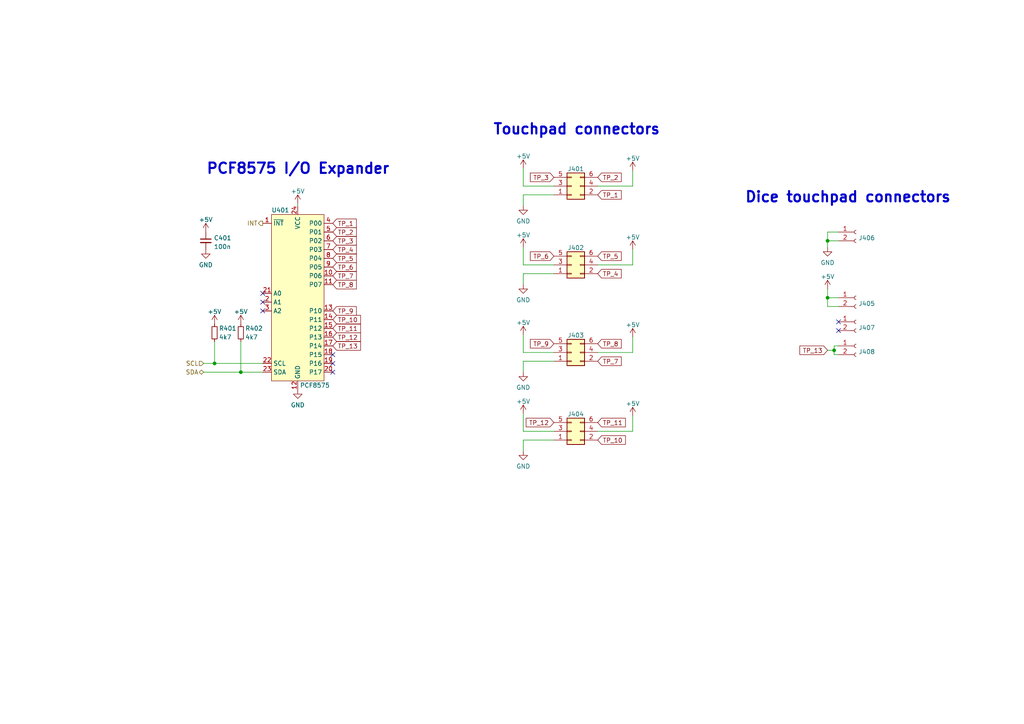
<source format=kicad_sch>
(kicad_sch (version 20231120) (generator "eeschema") (generator_version "8.0")
  (paper "A4")
  (title_block (title "BoardGame") (date "2022-09-21") (rev "1"))
  (lib_symbols
    (symbol "Connector:Conn_01x02_Female" (pin_names (offset 1.016) hide)
      (property "Reference" "J" (at 0 2.54 0))
      (property "Value" "Conn_01x02_Female" (at 0 -5.08 0))
      (symbol "Conn_01x02_Female_1_1"
        (arc (start 0 -2.032) (mid -0.5058 -2.54) (end 0 -3.048) (stroke (width 0.1524)))
        (polyline (pts (xy -1.27 -2.54) (xy -0.508 -2.54)) (stroke (width 0.1524)))
        (polyline (pts (xy -1.27 0) (xy -0.508 0)) (stroke (width 0.1524)))
        (arc (start 0 0.508) (mid -0.5058 0) (end 0 -0.508) (stroke (width 0.1524)))
        (pin passive line (at -5.08 0 0) (length 3.81) (name "Pin_1") (number "1"))
        (pin passive line (at -5.08 -2.54 0) (length 3.81) (name "Pin_2") (number "2"))
      )
    )
    (symbol "Connector_Generic:Conn_02x03_Odd_Even" (pin_names (offset 1.016) hide)
      (property "Reference" "J" (at 1.27 5.08 0))
      (property "Value" "Conn_02x03_Odd_Even" (at 1.27 -5.08 0))
      (symbol "Conn_02x03_Odd_Even_1_1"
        (rectangle (start -1.27 -2.413) (end 0 -2.667) (stroke (width 0.1524)))
        (rectangle (start -1.27 0.127) (end 0 -0.127) (stroke (width 0.1524)))
        (rectangle (start -1.27 2.667) (end 0 2.413) (stroke (width 0.1524)))
        (rectangle (start -1.27 3.81) (end 3.81 -3.81) (stroke (width 0.254)) (fill (type background)))
        (rectangle (start 3.81 -2.413) (end 2.54 -2.667) (stroke (width 0.1524)))
        (rectangle (start 3.81 0.127) (end 2.54 -0.127) (stroke (width 0.1524)))
        (rectangle (start 3.81 2.667) (end 2.54 2.413) (stroke (width 0.1524)))
        (pin passive line (at -5.08 2.54 0) (length 3.81) (name "Pin_1") (number "1"))
        (pin passive line (at 7.62 2.54 180) (length 3.81) (name "Pin_2") (number "2"))
        (pin passive line (at -5.08 0 0) (length 3.81) (name "Pin_3") (number "3"))
        (pin passive line (at 7.62 0 180) (length 3.81) (name "Pin_4") (number "4"))
        (pin passive line (at -5.08 -2.54 0) (length 3.81) (name "Pin_5") (number "5"))
        (pin passive line (at 7.62 -2.54 180) (length 3.81) (name "Pin_6") (number "6"))
      )
    )
    (symbol "Device:C_Small" (pin_numbers hide) (pin_names (offset 0.254) hide)
      (property "Reference" "C" (at 0.254 1.778 0))
      (property "Value" "C_Small" (at 0.254 -2.032 0))
      (symbol "C_Small_0_1"
        (polyline (pts (xy -1.524 -0.508) (xy 1.524 -0.508)) (stroke (width 0.3302)))
        (polyline (pts (xy -1.524 0.508) (xy 1.524 0.508)) (stroke (width 0.3048)))
      )
      (symbol "C_Small_1_1"
        (pin passive line (at 0 2.54 270) (length 2.032) (name "~") (number "1"))
        (pin passive line (at 0 -2.54 90) (length 2.032) (name "~") (number "2"))
      )
    )
    (symbol "Device:R_Small" (pin_numbers hide) (pin_names (offset 0.254) hide)
      (property "Reference" "R" (at 0.762 0.508 0))
      (property "Value" "R_Small" (at 0.762 -1.016 0))
      (symbol "R_Small_0_1"
        (rectangle (start -0.762 1.778) (end 0.762 -1.778) (stroke (width 0.2032)))
      )
      (symbol "R_Small_1_1"
        (pin passive line (at 0 2.54 270) (length 0.762) (name "~") (number "1"))
        (pin passive line (at 0 -2.54 90) (length 0.762) (name "~") (number "2"))
      )
    )
    (symbol "Symbols:PCF8575"
      (property "Reference" "U" (at -7.62 27.94 0))
      (property "Value" "PCF8575" (at 7.62 -25.4 0))
      (symbol "PCF8575_0_0"
        (pin input line (at 10.16 7.62 180) (length 2.54) (name "P06") (number "10"))
        (pin input line (at 10.16 5.08 180) (length 2.54) (name "P07") (number "11"))
        (pin input line (at 10.16 -2.54 180) (length 2.54) (name "P10") (number "13"))
        (pin input line (at 10.16 -5.08 180) (length 2.54) (name "P11") (number "14"))
        (pin input line (at 10.16 -10.16 180) (length 2.54) (name "P13") (number "16"))
        (pin input line (at 10.16 -12.7 180) (length 2.54) (name "P14") (number "17"))
        (pin input line (at 10.16 -15.24 180) (length 2.54) (name "P15") (number "18"))
        (pin input line (at 10.16 -17.78 180) (length 2.54) (name "P16") (number "19"))
        (pin input line (at 10.16 -20.32 180) (length 2.54) (name "P17") (number "20"))
        (pin input line (at 10.16 20.32 180) (length 2.54) (name "P01") (number "5"))
        (pin input line (at 10.16 17.78 180) (length 2.54) (name "P02") (number "6"))
        (pin input line (at 10.16 15.24 180) (length 2.54) (name "P03") (number "7"))
        (pin input line (at 10.16 10.16 180) (length 2.54) (name "P05") (number "9"))
      )
      (symbol "PCF8575_0_1"
        (rectangle (start -7.62 25.4) (end 7.62 -22.86) (fill (type background)))
      )
      (symbol "PCF8575_1_1"
        (pin input line (at -10.16 22.86 0) (length 2.54) (name "~{INT}") (number "1"))
        (pin input line (at 0 -25.4 90) (length 2.54) (name "GND") (number "12"))
        (pin input line (at 10.16 -7.62 180) (length 2.54) (name "P12") (number "15"))
        (pin input line (at -10.16 0 0) (length 2.54) (name "A1") (number "2"))
        (pin input line (at -10.16 2.54 0) (length 2.54) (name "A0") (number "21"))
        (pin input line (at -10.16 -17.78 0) (length 2.54) (name "SCL") (number "22"))
        (pin input line (at -10.16 -20.32 0) (length 2.54) (name "SDA") (number "23"))
        (pin input line (at 0 27.94 270) (length 2.54) (name "VCC") (number "24"))
        (pin input line (at -10.16 -2.54 0) (length 2.54) (name "A2") (number "3"))
        (pin input line (at 10.16 22.86 180) (length 2.54) (name "P00") (number "4"))
        (pin input line (at 10.16 12.7 180) (length 2.54) (name "P04") (number "8"))
      )
    )
    (symbol "power:+5V" (power) (pin_names (offset 0))
      (property "Value" "+5V" (at 0 3.556 0))
      (symbol "+5V_0_1"
        (polyline (pts (xy -0.762 1.27) (xy 0 2.54)))
        (polyline (pts (xy 0 0) (xy 0 2.54)))
        (polyline (pts (xy 0 2.54) (xy 0.762 1.27)))
      )
      (symbol "+5V_1_1"
        (pin power_in line (at 0 0 90) (length 0) hide (name "+5V") (number "1"))
      )
    )
    (symbol "power:GND" (power) (pin_names (offset 0))
      (property "Value" "GND" (at 0 -3.81 0))
      (symbol "GND_0_1"
        (polyline (pts (xy 0 0) (xy 0 -1.27) (xy 1.27 -1.27) (xy 0 -2.54) (xy -1.27 -1.27) (xy 0 -1.27)))
      )
      (symbol "GND_1_1"
        (pin power_in line (at 0 0 270) (length 0) hide (name "GND") (number "1"))
      )
    )
  )
  (junction (at 69.85 107.95))
  (junction (at 240.03 86.36))
  (junction (at 62.23 105.41))
  (junction (at 240.03 69.85))
  (junction (at 241.935 101.6))
  (no_connect (at 76.2 87.63))
  (no_connect (at 96.52 105.41))
  (no_connect (at 243.205 95.885))
  (no_connect (at 243.205 93.345))
  (no_connect (at 76.2 85.09))
  (no_connect (at 96.52 102.87))
  (no_connect (at 96.52 107.95))
  (no_connect (at 76.2 90.17))
  (wire (pts (xy 59.055 105.41) (xy 62.23 105.41)))
  (wire (pts (xy 151.765 125.095) (xy 151.765 120.015)))
  (wire (pts (xy 160.655 102.235) (xy 151.765 102.235)))
  (wire (pts (xy 243.205 102.87) (xy 241.935 102.87)))
  (wire (pts (xy 240.03 67.31) (xy 240.03 69.85)))
  (wire (pts (xy 151.765 79.375) (xy 151.765 82.55)))
  (wire (pts (xy 240.03 69.85) (xy 240.03 71.755)))
  (wire (pts (xy 240.03 86.36) (xy 240.03 88.9)))
  (wire (pts (xy 183.515 125.095) (xy 173.355 125.095)))
  (wire (pts (xy 160.655 76.835) (xy 151.765 76.835)))
  (wire (pts (xy 62.23 99.06) (xy 62.23 105.41)))
  (wire (pts (xy 151.765 56.515) (xy 151.765 59.69)))
  (wire (pts (xy 183.515 76.835) (xy 173.355 76.835)))
  (wire (pts (xy 59.055 107.95) (xy 69.85 107.95)))
  (wire (pts (xy 183.515 97.79) (xy 183.515 102.235)))
  (wire (pts (xy 160.655 56.515) (xy 151.765 56.515)))
  (wire (pts (xy 160.655 125.095) (xy 151.765 125.095)))
  (wire (pts (xy 240.03 83.82) (xy 240.03 86.36)))
  (wire (pts (xy 151.765 102.235) (xy 151.765 97.155)))
  (wire (pts (xy 241.935 102.87) (xy 241.935 101.6)))
  (wire (pts (xy 69.85 99.06) (xy 69.85 107.95)))
  (wire (pts (xy 62.23 105.41) (xy 76.2 105.41)))
  (wire (pts (xy 151.765 53.975) (xy 151.765 48.895)))
  (wire (pts (xy 240.03 86.36) (xy 243.205 86.36)))
  (wire (pts (xy 160.655 79.375) (xy 151.765 79.375)))
  (wire (pts (xy 183.515 49.53) (xy 183.515 53.975)))
  (wire (pts (xy 160.655 127.635) (xy 151.765 127.635)))
  (wire (pts (xy 151.765 127.635) (xy 151.765 130.81)))
  (wire (pts (xy 183.515 102.235) (xy 173.355 102.235)))
  (wire (pts (xy 240.03 69.85) (xy 243.205 69.85)))
  (wire (pts (xy 240.03 67.31) (xy 243.205 67.31)))
  (wire (pts (xy 69.85 107.95) (xy 76.2 107.95)))
  (wire (pts (xy 183.515 72.39) (xy 183.515 76.835)))
  (wire (pts (xy 160.655 53.975) (xy 151.765 53.975)))
  (wire (pts (xy 86.36 59.055) (xy 86.36 59.69)))
  (wire (pts (xy 183.515 53.975) (xy 173.355 53.975)))
  (wire (pts (xy 151.765 104.775) (xy 151.765 107.95)))
  (wire (pts (xy 183.515 120.65) (xy 183.515 125.095)))
  (wire (pts (xy 241.935 101.6) (xy 241.935 100.33)))
  (wire (pts (xy 160.655 104.775) (xy 151.765 104.775)))
  (wire (pts (xy 240.03 101.6) (xy 241.935 101.6)))
  (wire (pts (xy 241.935 100.33) (xy 243.205 100.33)))
  (wire (pts (xy 151.765 76.835) (xy 151.765 71.755)))
  (wire (pts (xy 240.03 88.9) (xy 243.205 88.9)))
  (text "Dice touchpad connectors" (at 215.9 59.055 0) (effects (font (size 3 3) (thickness 0.6) (bold yes)) (justify left bottom)))
  (text "Touchpad connectors" (at 142.875 39.37 0) (effects (font (size 3 3) (thickness 0.6) (bold yes)) (justify left bottom)))
  (text "PCF8575 I/O Expander" (at 59.69 50.8 0) (effects (font (size 3 3) (thickness 0.6) (bold yes)) (justify left bottom)))
  (global_label "TP_8" (shape input) (at 96.52 82.55 0) (property "Intersheetrefs" "${INTERSHEET_REFS}" (effects (hide yes))))
  (global_label "TP_13" (shape input) (at 96.52 100.33 0) (property "Intersheetrefs" "${INTERSHEET_REFS}" (effects (hide yes))))
  (global_label "TP_8" (shape input) (at 173.355 99.695 0) (property "Intersheetrefs" "${INTERSHEET_REFS}" (effects (hide yes))))
  (global_label "TP_9" (shape input) (at 96.52 90.17 0) (property "Intersheetrefs" "${INTERSHEET_REFS}" (effects (hide yes))))
  (global_label "TP_5" (shape input) (at 96.52 74.93 0) (property "Intersheetrefs" "${INTERSHEET_REFS}" (effects (hide yes))))
  (global_label "TP_4" (shape input) (at 96.52 72.39 0) (property "Intersheetrefs" "${INTERSHEET_REFS}" (effects (hide yes))))
  (global_label "TP_12" (shape input) (at 96.52 97.79 0) (property "Intersheetrefs" "${INTERSHEET_REFS}" (effects (hide yes))))
  (global_label "TP_10" (shape input) (at 173.355 127.635 0) (property "Intersheetrefs" "${INTERSHEET_REFS}" (effects (hide yes))))
  (global_label "TP_1" (shape input) (at 96.52 64.77 0) (property "Intersheetrefs" "${INTERSHEET_REFS}" (effects (hide yes))))
  (global_label "TP_7" (shape input) (at 96.52 80.01 0) (property "Intersheetrefs" "${INTERSHEET_REFS}" (effects (hide yes))))
  (global_label "TP_11" (shape input) (at 96.52 95.25 0) (property "Intersheetrefs" "${INTERSHEET_REFS}" (effects (hide yes))))
  (global_label "TP_4" (shape input) (at 173.355 79.375 0) (property "Intersheetrefs" "${INTERSHEET_REFS}" (effects (hide yes))))
  (global_label "TP_2" (shape input) (at 173.355 51.435 0) (property "Intersheetrefs" "${INTERSHEET_REFS}" (effects (hide yes))))
  (global_label "TP_7" (shape input) (at 173.355 104.775 0) (property "Intersheetrefs" "${INTERSHEET_REFS}" (effects (hide yes))))
  (global_label "TP_6" (shape input) (at 96.52 77.47 0) (property "Intersheetrefs" "${INTERSHEET_REFS}" (effects (hide yes))))
  (global_label "TP_13" (shape input) (at 240.03 101.6 180) (property "Intersheetrefs" "${INTERSHEET_REFS}" (effects (hide yes))))
  (global_label "TP_1" (shape input) (at 173.355 56.515 0) (property "Intersheetrefs" "${INTERSHEET_REFS}" (effects (hide yes))))
  (global_label "TP_11" (shape input) (at 173.355 122.555 0) (property "Intersheetrefs" "${INTERSHEET_REFS}" (effects (hide yes))))
  (global_label "TP_3" (shape input) (at 96.52 69.85 0) (property "Intersheetrefs" "${INTERSHEET_REFS}" (effects (hide yes))))
  (global_label "TP_6" (shape input) (at 160.655 74.295 180) (property "Intersheetrefs" "${INTERSHEET_REFS}" (effects (hide yes))))
  (global_label "TP_5" (shape input) (at 173.355 74.295 0) (property "Intersheetrefs" "${INTERSHEET_REFS}" (effects (hide yes))))
  (global_label "TP_2" (shape input) (at 96.52 67.31 0) (property "Intersheetrefs" "${INTERSHEET_REFS}" (effects (hide yes))))
  (global_label "TP_10" (shape input) (at 96.52 92.71 0) (property "Intersheetrefs" "${INTERSHEET_REFS}" (effects (hide yes))))
  (global_label "TP_9" (shape input) (at 160.655 99.695 180) (property "Intersheetrefs" "${INTERSHEET_REFS}" (effects (hide yes))))
  (global_label "TP_3" (shape input) (at 160.655 51.435 180) (property "Intersheetrefs" "${INTERSHEET_REFS}" (effects (hide yes))))
  (global_label "TP_12" (shape input) (at 160.655 122.555 180) (property "Intersheetrefs" "${INTERSHEET_REFS}" (effects (hide yes))))
  (hierarchical_label "SDA" (shape bidirectional) (at 59.055 107.95 180))
  (hierarchical_label "SCL" (shape input) (at 59.055 105.41 180))
  (hierarchical_label "INT" (shape output) (at 76.2 64.77 180))
  (symbol (lib_id "power:+5V") (at 151.765 120.015 0) (unit 1)
    (property "Reference" "#PWR0416" (effects (hide yes)))
    (property "Value" "+5V" (at 151.765 116.4392 0))
  )
  (symbol (lib_id "power:GND") (at 151.765 82.55 0) (unit 1)
    (property "Reference" "#PWR0409" (effects (hide yes)))
    (property "Value" "GND" (at 151.765 86.9934 0))
  )
  (symbol (lib_id "power:+5V") (at 183.515 120.65 0) (unit 1)
    (property "Reference" "#PWR0417" (effects (hide yes)))
    (property "Value" "+5V" (at 183.515 117.0742 0))
  )
  (symbol (lib_id "Connector:Conn_01x02_Female") (at 248.285 93.345 0) (unit 1)
    (property "Reference" "J407" (at 248.9962 95.0488 0) (effects (justify left)))
    (property "Value" "Conn_01x02_Female" (effects (hide yes)))
    (property "Footprint" "Connector_PinHeader_1.27mm:PinHeader_1x02_P1.27mm_Vertical" (effects (hide yes)))
  )
  (symbol (lib_id "Device:R_Small") (at 62.23 96.52 0) (unit 1)
    (property "Reference" "R401" (at 63.5 95.25 0) (effects (justify left)))
    (property "Value" "4k7" (at 63.5 97.79 0) (effects (justify left)))
    (property "Footprint" "Resistor_SMD:R_0603_1608Metric" (effects (hide yes)))
    (property "JLCPCB Part #" "C114662" (effects (hide yes)))
    (property "U labosu?" "ne" (effects (hide yes)))
  )
  (symbol (lib_id "Connector_Generic:Conn_02x03_Odd_Even") (at 165.735 76.835 0) (mirror x) (unit 1)
    (property "Reference" "J402" (at 167.005 71.8622 0))
    (property "Value" "Conn_02x03_Odd_Even" (effects (hide yes)))
    (property "Footprint" "Footprints:2x03_P1.27mm_conn" (effects (hide yes)))
    (property "JLCPCB Part #" "-" (effects (hide yes)))
    (property "Ostalo" "-" (effects (hide yes)))
    (property "U labosu?" "da" (effects (hide yes)))
  )
  (symbol (lib_id "power:+5V") (at 183.515 97.79 0) (unit 1)
    (property "Reference" "#PWR0413" (effects (hide yes)))
    (property "Value" "+5V" (at 183.515 94.2142 0))
  )
  (symbol (lib_id "power:+5V") (at 69.85 93.98 0) (unit 1)
    (property "Reference" "#PWR0411" (effects (hide yes)))
    (property "Value" "+5V" (at 69.85 90.4042 0))
  )
  (symbol (lib_id "Connector_Generic:Conn_02x03_Odd_Even") (at 165.735 102.235 0) (mirror x) (unit 1)
    (property "Reference" "J403" (at 167.005 97.2622 0))
    (property "Value" "Conn_02x03_Odd_Even" (effects (hide yes)))
    (property "Footprint" "Footprints:2x03_P1.27mm_conn" (effects (hide yes)))
    (property "JLCPCB Part #" "-" (effects (hide yes)))
    (property "Ostalo" "-" (effects (hide yes)))
    (property "U labosu?" "da" (effects (hide yes)))
  )
  (symbol (lib_id "power:+5V") (at 240.03 83.82 0) (unit 1)
    (property "Reference" "#PWR0419" (effects (hide yes)))
    (property "Value" "+5V" (at 240.03 80.2442 0))
  )
  (symbol (lib_id "Connector:Conn_01x02_Female") (at 248.285 67.31 0) (unit 1)
    (property "Reference" "J406" (at 248.9962 69.0138 0) (effects (justify left)))
    (property "Value" "Conn_01x02_Female" (effects (hide yes)))
    (property "Footprint" "Connector_PinHeader_1.27mm:PinHeader_1x02_P1.27mm_Vertical" (effects (hide yes)))
  )
  (symbol (lib_id "power:+5V") (at 183.515 49.53 0) (unit 1)
    (property "Reference" "#PWR0402" (effects (hide yes)))
    (property "Value" "+5V" (at 183.515 45.9542 0))
  )
  (symbol (lib_id "power:GND") (at 151.765 130.81 0) (unit 1)
    (property "Reference" "#PWR0418" (effects (hide yes)))
    (property "Value" "GND" (at 151.765 135.2534 0))
  )
  (symbol (lib_id "power:+5V") (at 59.69 67.31 0) (unit 1)
    (property "Reference" "#PWR0405" (effects (hide yes)))
    (property "Value" "+5V" (at 59.69 63.7342 0))
  )
  (symbol (lib_id "Device:R_Small") (at 69.85 96.52 0) (unit 1)
    (property "Reference" "R402" (at 71.12 95.25 0) (effects (justify left)))
    (property "Value" "4k7" (at 71.12 97.79 0) (effects (justify left)))
    (property "Footprint" "Resistor_SMD:R_0603_1608Metric" (effects (hide yes)))
    (property "JLCPCB Part #" "C114662" (effects (hide yes)))
    (property "U labosu?" "ne" (effects (hide yes)))
  )
  (symbol (lib_id "power:GND") (at 151.765 59.69 0) (unit 1)
    (property "Reference" "#PWR0404" (effects (hide yes)))
    (property "Value" "GND" (at 151.765 64.1334 0))
  )
  (symbol (lib_id "power:+5V") (at 151.765 48.895 0) (unit 1)
    (property "Reference" "#PWR0401" (effects (hide yes)))
    (property "Value" "+5V" (at 151.765 45.3192 0))
  )
  (symbol (lib_id "power:+5V") (at 151.765 71.755 0) (unit 1)
    (property "Reference" "#PWR0407" (effects (hide yes)))
    (property "Value" "+5V" (at 151.765 68.1792 0))
  )
  (symbol (lib_id "Connector_Generic:Conn_02x03_Odd_Even") (at 165.735 125.095 0) (mirror x) (unit 1)
    (property "Reference" "J404" (at 167.005 120.1222 0))
    (property "Value" "Conn_02x03_Odd_Even" (effects (hide yes)))
    (property "Footprint" "Footprints:2x03_P1.27mm_conn" (effects (hide yes)))
    (property "JLCPCB Part #" "-" (effects (hide yes)))
    (property "Ostalo" "-" (effects (hide yes)))
    (property "U labosu?" "da" (effects (hide yes)))
  )
  (symbol (lib_id "Connector:Conn_01x02_Female") (at 248.285 86.36 0) (unit 1)
    (property "Reference" "J405" (at 248.9962 88.0638 0) (effects (justify left)))
    (property "Value" "Conn_01x02_Female" (effects (hide yes)))
    (property "Footprint" "Connector_PinHeader_1.27mm:PinHeader_1x02_P1.27mm_Vertical" (effects (hide yes)))
  )
  (symbol (lib_id "power:+5V") (at 183.515 72.39 0) (unit 1)
    (property "Reference" "#PWR0408" (effects (hide yes)))
    (property "Value" "+5V" (at 183.515 68.8142 0))
  )
  (symbol (lib_id "Symbols:PCF8575") (at 86.36 87.63 0) (unit 1)
    (property "Reference" "U401" (at 78.74 60.96 0) (effects (justify left)))
    (property "Value" "PCF8575" (at 86.995 111.76 0) (effects (justify left)))
    (property "Footprint" "Package_SO:SOIC-24W_7.5x15.4mm_P1.27mm" (effects (hide yes)))
    (property "U labosu?" "da" (effects (hide yes)))
  )
  (symbol (lib_id "power:GND") (at 86.36 113.03 0) (unit 1)
    (property "Reference" "#PWR0415" (effects (hide yes)))
    (property "Value" "GND" (at 86.36 117.4734 0))
  )
  (symbol (lib_id "power:GND") (at 59.69 72.39 0) (unit 1)
    (property "Reference" "#PWR0406" (effects (hide yes)))
    (property "Value" "GND" (at 59.69 76.8334 0))
  )
  (symbol (lib_id "Connector_Generic:Conn_02x03_Odd_Even") (at 165.735 53.975 0) (mirror x) (unit 1)
    (property "Reference" "J401" (at 167.005 49.0022 0))
    (property "Value" "Conn_02x03_Odd_Even" (effects (hide yes)))
    (property "Footprint" "Footprints:2x03_P1.27mm_conn" (effects (hide yes)))
    (property "JLCPCB Part #" "-" (effects (hide yes)))
    (property "Ostalo" "-" (effects (hide yes)))
    (property "U labosu?" "da" (effects (hide yes)))
  )
  (symbol (lib_id "power:+5V") (at 62.23 93.98 0) (unit 1)
    (property "Reference" "#PWR0410" (effects (hide yes)))
    (property "Value" "+5V" (at 62.23 90.4042 0))
  )
  (symbol (lib_id "power:+5V") (at 151.765 97.155 0) (unit 1)
    (property "Reference" "#PWR0412" (effects (hide yes)))
    (property "Value" "+5V" (at 151.765 93.5792 0))
  )
  (symbol (lib_id "Connector:Conn_01x02_Female") (at 248.285 100.33 0) (unit 1)
    (property "Reference" "J408" (at 248.9962 102.0338 0) (effects (justify left)))
    (property "Value" "Conn_01x02_Female" (effects (hide yes)))
    (property "Footprint" "Connector_PinHeader_1.27mm:PinHeader_1x02_P1.27mm_Vertical" (effects (hide yes)))
  )
  (symbol (lib_id "power:GND") (at 240.03 71.755 0) (unit 1)
    (property "Reference" "#PWR0420" (effects (hide yes)))
    (property "Value" "GND" (at 240.03 76.1984 0))
  )
  (symbol (lib_id "power:GND") (at 151.765 107.95 0) (unit 1)
    (property "Reference" "#PWR0414" (effects (hide yes)))
    (property "Value" "GND" (at 151.765 112.3934 0))
  )
  (symbol (lib_id "power:+5V") (at 86.36 59.055 0) (unit 1)
    (property "Reference" "#PWR0403" (effects (hide yes)))
    (property "Value" "+5V" (at 86.36 55.4792 0))
  )
  (symbol (lib_id "Device:C_Small") (at 59.69 69.85 0) (unit 1)
    (property "Reference" "C401" (at 62.0141 69.0216 0) (effects (justify left)))
    (property "Value" "100n" (at 62.0141 71.5585 0) (effects (justify left)))
    (property "Footprint" "Capacitor_SMD:C_0603_1608Metric" (effects (hide yes)))
    (property "U labosu?" "ne" (effects (hide yes)))
    (property "JLCPCB Part #" "C113803" (effects (hide yes)))
  )
)
</source>
